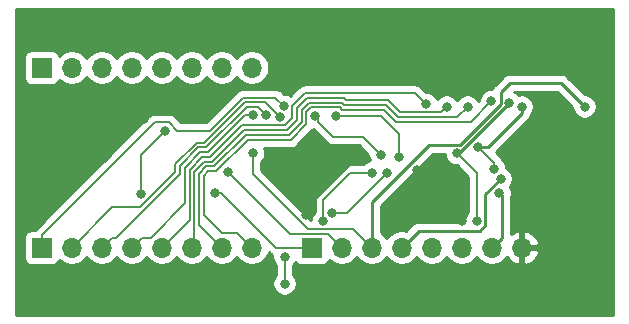
<source format=gbr>
%TF.GenerationSoftware,KiCad,Pcbnew,(5.1.10-1-10_14)*%
%TF.CreationDate,2021-10-16T23:36:31-04:00*%
%TF.ProjectId,address-register,61646472-6573-4732-9d72-656769737465,rev?*%
%TF.SameCoordinates,Original*%
%TF.FileFunction,Copper,L2,Bot*%
%TF.FilePolarity,Positive*%
%FSLAX46Y46*%
G04 Gerber Fmt 4.6, Leading zero omitted, Abs format (unit mm)*
G04 Created by KiCad (PCBNEW (5.1.10-1-10_14)) date 2021-10-16 23:36:31*
%MOMM*%
%LPD*%
G01*
G04 APERTURE LIST*
%TA.AperFunction,ComponentPad*%
%ADD10O,1.700000X1.700000*%
%TD*%
%TA.AperFunction,ComponentPad*%
%ADD11R,1.700000X1.700000*%
%TD*%
%TA.AperFunction,ViaPad*%
%ADD12C,0.800000*%
%TD*%
%TA.AperFunction,Conductor*%
%ADD13C,0.200000*%
%TD*%
%TA.AperFunction,Conductor*%
%ADD14C,0.250000*%
%TD*%
%TA.AperFunction,Conductor*%
%ADD15C,0.254000*%
%TD*%
%TA.AperFunction,Conductor*%
%ADD16C,0.100000*%
%TD*%
G04 APERTURE END LIST*
D10*
%TO.P,J3,8*%
%TO.N,Q0*%
X188214000Y-28702000D03*
%TO.P,J3,7*%
%TO.N,Q1*%
X185674000Y-28702000D03*
%TO.P,J3,6*%
%TO.N,Q2*%
X183134000Y-28702000D03*
%TO.P,J3,5*%
%TO.N,Q3*%
X180594000Y-28702000D03*
%TO.P,J3,4*%
%TO.N,Q4*%
X178054000Y-28702000D03*
%TO.P,J3,3*%
%TO.N,Q5*%
X175514000Y-28702000D03*
%TO.P,J3,2*%
%TO.N,Q6*%
X172974000Y-28702000D03*
D11*
%TO.P,J3,1*%
%TO.N,Q7*%
X170434000Y-28702000D03*
%TD*%
D10*
%TO.P,J2,8*%
%TO.N,BUS_00*%
X188214000Y-13462000D03*
%TO.P,J2,7*%
%TO.N,BUS_01*%
X185674000Y-13462000D03*
%TO.P,J2,6*%
%TO.N,BUS_02*%
X183134000Y-13462000D03*
%TO.P,J2,5*%
%TO.N,BUS_03*%
X180594000Y-13462000D03*
%TO.P,J2,4*%
%TO.N,BUS_04*%
X178054000Y-13462000D03*
%TO.P,J2,3*%
%TO.N,BUS_05*%
X175514000Y-13462000D03*
%TO.P,J2,2*%
%TO.N,BUS_06*%
X172974000Y-13462000D03*
D11*
%TO.P,J2,1*%
%TO.N,BUS_07*%
X170434000Y-13462000D03*
%TD*%
D10*
%TO.P,J1,8*%
%TO.N,VCC*%
X211074000Y-28702000D03*
%TO.P,J1,7*%
%TO.N,GND*%
X208534000Y-28702000D03*
%TO.P,J1,6*%
%TO.N,EN*%
X205994000Y-28702000D03*
%TO.P,J1,5*%
%TO.N,~LOAD*%
X203454000Y-28702000D03*
%TO.P,J1,4*%
%TO.N,~OUT*%
X200914000Y-28702000D03*
%TO.P,J1,3*%
%TO.N,CARRY_OUT*%
X198374000Y-28702000D03*
%TO.P,J1,2*%
%TO.N,CLOCK*%
X195834000Y-28702000D03*
D11*
%TO.P,J1,1*%
%TO.N,~RESET*%
X193294000Y-28702000D03*
%TD*%
D12*
%TO.N,GND*%
X191008000Y-29464000D03*
X191008000Y-31750000D03*
X178816000Y-24130000D03*
X180848000Y-18796000D03*
X209176021Y-24083665D03*
%TO.N,VCC*%
X179070000Y-17780000D03*
X172081000Y-21213000D03*
X192786001Y-25908001D03*
X197104000Y-20574000D03*
X205994000Y-26416000D03*
X202184000Y-22098000D03*
%TO.N,CLOCK*%
X186169875Y-22302181D03*
X199644000Y-22352000D03*
X194976691Y-25746479D03*
%TO.N,Q0*%
X208510340Y-16270340D03*
%TO.N,Q1*%
X206502000Y-16764000D03*
%TO.N,Q2*%
X204724000Y-16764000D03*
%TO.N,Q3*%
X202946000Y-16533968D03*
%TO.N,Q4*%
X188341000Y-17502032D03*
%TO.N,Q5*%
X189411133Y-17471867D03*
%TO.N,Q6*%
X190579659Y-17650429D03*
%TO.N,Q7*%
X190947955Y-16720708D03*
%TO.N,~LOAD*%
X211074000Y-16764000D03*
X208741294Y-22027940D03*
X207389930Y-20151324D03*
X195326000Y-17526000D03*
X200672204Y-20996956D03*
%TO.N,Net-(U2-Pad15)*%
X199136000Y-20828000D03*
X193548000Y-17526000D03*
%TO.N,EN*%
X210021010Y-16429205D03*
X205575531Y-20705959D03*
X207264000Y-26452990D03*
%TO.N,CARRY_OUT*%
X188306361Y-20715597D03*
X216408000Y-16764000D03*
%TO.N,~RESET*%
X198374000Y-22352000D03*
X185082084Y-24046084D03*
X194267977Y-26451992D03*
%TO.N,~OUT*%
X209296000Y-22860000D03*
%TD*%
D13*
%TO.N,GND*%
X191008000Y-29464000D02*
X191008000Y-31750000D01*
X178816000Y-20828000D02*
X180848000Y-18796000D01*
X178816000Y-24130000D02*
X178816000Y-20828000D01*
D14*
X209383999Y-27852001D02*
X209383999Y-24291643D01*
X208534000Y-28702000D02*
X209383999Y-27852001D01*
X209383999Y-24291643D02*
X209176021Y-24083665D01*
D13*
%TO.N,VCC*%
X179070000Y-17780000D02*
X175514000Y-17780000D01*
X175514000Y-17780000D02*
X172081000Y-21213000D01*
X192786001Y-25908001D02*
X192786001Y-25399999D01*
X197104000Y-21082000D02*
X197104000Y-20574000D01*
X192786001Y-25399999D02*
X197104000Y-21082000D01*
X205994000Y-26416000D02*
X202184000Y-22606000D01*
X202184000Y-22606000D02*
X202184000Y-22098000D01*
%TO.N,CLOCK*%
X199644000Y-22352000D02*
X196249521Y-25746479D01*
X186169875Y-22302181D02*
X191419693Y-27551999D01*
X194683999Y-27551999D02*
X195834000Y-28702000D01*
X196249521Y-25746479D02*
X194976691Y-25746479D01*
X191419693Y-27551999D02*
X194683999Y-27551999D01*
%TO.N,Q0*%
X199390000Y-17018000D02*
X200406000Y-18034000D01*
X188214000Y-28702000D02*
X186944000Y-27432000D01*
X185674000Y-27432000D02*
X184150000Y-25908000D01*
X184150000Y-25908000D02*
X184150000Y-22606000D01*
X185218068Y-22217983D02*
X187878051Y-19558000D01*
X191516000Y-19558000D02*
X192847998Y-18226002D01*
X195854002Y-17018000D02*
X199390000Y-17018000D01*
X192847998Y-18226002D02*
X192847998Y-17189998D01*
X206746680Y-18034000D02*
X208510340Y-16270340D01*
X187878051Y-19558000D02*
X191516000Y-19558000D01*
X184538017Y-22217983D02*
X185218068Y-22217983D01*
X192847998Y-17189998D02*
X193211998Y-16825998D01*
X186944000Y-27432000D02*
X185674000Y-27432000D01*
X184150000Y-22606000D02*
X184538017Y-22217983D01*
X195662001Y-16825999D02*
X195854002Y-17018000D01*
X200406000Y-18034000D02*
X206746680Y-18034000D01*
X193211998Y-16825998D02*
X195662001Y-16825999D01*
%TO.N,Q1*%
X187712362Y-19157989D02*
X185052379Y-21817972D01*
X183749989Y-26777989D02*
X185674000Y-28702000D01*
X205632011Y-17633989D02*
X200571689Y-17633989D01*
X185052379Y-21817972D02*
X184372328Y-21817972D01*
X191350311Y-19157989D02*
X187712362Y-19157989D01*
X196019691Y-16617989D02*
X195827690Y-16425988D01*
X206502000Y-16764000D02*
X205632011Y-17633989D01*
X200571689Y-17633989D02*
X199555689Y-16617989D01*
X183749989Y-22440311D02*
X183749989Y-26777989D01*
X192447987Y-18060313D02*
X191350311Y-19157989D01*
X195827690Y-16425988D02*
X193046307Y-16425989D01*
X192447987Y-17024309D02*
X192447987Y-18060313D01*
X199555689Y-16617989D02*
X196019691Y-16617989D01*
X184372328Y-21817972D02*
X183749989Y-22440311D01*
X193046307Y-16425989D02*
X192447987Y-17024309D01*
%TO.N,Q2*%
X183349978Y-28486022D02*
X183349978Y-22274622D01*
X204254022Y-17233978D02*
X204724000Y-16764000D01*
X200737378Y-17233978D02*
X204254022Y-17233978D01*
X196185380Y-16217978D02*
X199721378Y-16217978D01*
X183134000Y-28702000D02*
X183349978Y-28486022D01*
X183349978Y-22274622D02*
X184206639Y-21417961D01*
X184886690Y-21417961D02*
X187546673Y-18757978D01*
X191184622Y-18757978D02*
X192047976Y-17894624D01*
X184206639Y-21417961D02*
X184886690Y-21417961D01*
X199721378Y-16217978D02*
X200737378Y-17233978D01*
X192047976Y-17894624D02*
X192047976Y-16858620D01*
X192880619Y-16025977D02*
X195993379Y-16025977D01*
X195993379Y-16025977D02*
X196185380Y-16217978D01*
X187546673Y-18757978D02*
X191184622Y-18757978D01*
X192047976Y-16858620D02*
X192880619Y-16025977D01*
%TO.N,Q3*%
X191647965Y-17728935D02*
X191647965Y-16692931D01*
X191647965Y-16692931D02*
X192714930Y-15625966D01*
X180594000Y-28702000D02*
X182949967Y-26346033D01*
X184721001Y-21017950D02*
X187380984Y-18357967D01*
X184040950Y-21017950D02*
X184721001Y-21017950D01*
X182949967Y-26346033D02*
X182949967Y-22108933D01*
X182949967Y-22108933D02*
X184040950Y-21017950D01*
X191018933Y-18357967D02*
X191647965Y-17728935D01*
X202037998Y-15625966D02*
X202546001Y-16133969D01*
X202546001Y-16133969D02*
X202946000Y-16533968D01*
X187380984Y-18357967D02*
X191018933Y-18357967D01*
X192714930Y-15625966D02*
X202037998Y-15625966D01*
%TO.N,Q4*%
X183875261Y-20617939D02*
X184555312Y-20617939D01*
X184555312Y-20617939D02*
X187671219Y-17502032D01*
X187671219Y-17502032D02*
X187775315Y-17502032D01*
X187775315Y-17502032D02*
X188341000Y-17502032D01*
X178903999Y-27852001D02*
X179665999Y-27852001D01*
X182549956Y-24968044D02*
X182549956Y-21943244D01*
X179665999Y-27852001D02*
X182549956Y-24968044D01*
X178054000Y-28702000D02*
X178903999Y-27852001D01*
X182549956Y-21943244D02*
X183875261Y-20617939D01*
%TO.N,Q5*%
X182149945Y-22435455D02*
X182149945Y-21777555D01*
X175514000Y-28702000D02*
X176363999Y-27852001D01*
X176733399Y-27852001D02*
X182149945Y-22435455D01*
X187783378Y-16802022D02*
X188741288Y-16802022D01*
X176363999Y-27852001D02*
X176733399Y-27852001D01*
X184367472Y-20217928D02*
X187783378Y-16802022D01*
X182149945Y-21777555D02*
X183709572Y-20217928D01*
X183709572Y-20217928D02*
X184367472Y-20217928D01*
X188741288Y-16802022D02*
X189411133Y-17471867D01*
%TO.N,Q6*%
X176383989Y-25292011D02*
X178727689Y-25292011D01*
X183543883Y-19817917D02*
X184201783Y-19817917D01*
X178727689Y-25292011D02*
X181749934Y-22269766D01*
X189331241Y-16402011D02*
X190579659Y-17650429D01*
X181749934Y-21611866D02*
X183543883Y-19817917D01*
X181749934Y-22269766D02*
X181749934Y-21611866D01*
X184201783Y-19817917D02*
X187617689Y-16402011D01*
X172974000Y-28702000D02*
X176383989Y-25292011D01*
X187617689Y-16402011D02*
X189331241Y-16402011D01*
%TO.N,Q7*%
X180003999Y-18095999D02*
X181184001Y-18095999D01*
X181184001Y-18095999D02*
X181886947Y-18798945D01*
X176210055Y-21875945D02*
X176224053Y-21875945D01*
X181886947Y-18798945D02*
X184655055Y-18798945D01*
X190229247Y-16002000D02*
X190947955Y-16720708D01*
X170434000Y-28702000D02*
X170434000Y-27652000D01*
X170434000Y-27652000D02*
X176210055Y-21875945D01*
X176224053Y-21875945D02*
X180003999Y-18095999D01*
X187452000Y-16002000D02*
X190229247Y-16002000D01*
X184655055Y-18798945D02*
X187452000Y-16002000D01*
%TO.N,~LOAD*%
X207389930Y-20151324D02*
X208741294Y-21502688D01*
X208741294Y-21502688D02*
X208741294Y-22027940D01*
D14*
X208252361Y-20151324D02*
X207389930Y-20151324D01*
X211074000Y-17329685D02*
X208252361Y-20151324D01*
X211074000Y-16764000D02*
X211074000Y-17329685D01*
D13*
X200672204Y-19062204D02*
X200672204Y-20996956D01*
X199136000Y-17526000D02*
X200672204Y-19062204D01*
X195326000Y-17526000D02*
X199136000Y-17526000D01*
%TO.N,Net-(U2-Pad15)*%
X199136000Y-20828000D02*
X197612000Y-19304000D01*
X197612000Y-19304000D02*
X195072000Y-19304000D01*
X195072000Y-19304000D02*
X193802000Y-18034000D01*
X193802000Y-18034000D02*
X193802000Y-17780000D01*
X193802000Y-17780000D02*
X193548000Y-17526000D01*
D14*
%TO.N,EN*%
X210021010Y-16429205D02*
X205744256Y-20705959D01*
X205744256Y-20705959D02*
X205575531Y-20705959D01*
D13*
X207264000Y-22394428D02*
X207264000Y-26452990D01*
X205575531Y-20705959D02*
X207264000Y-22394428D01*
%TO.N,CARRY_OUT*%
X188306361Y-21281282D02*
X188306361Y-20715597D01*
X198374000Y-28702000D02*
X196823993Y-27151993D01*
X188306361Y-22464363D02*
X188306361Y-21281282D01*
X192993991Y-27151993D02*
X188306361Y-22464363D01*
X196823993Y-27151993D02*
X192993991Y-27151993D01*
D14*
X210058000Y-14732000D02*
X214376000Y-14732000D01*
X209296000Y-15494000D02*
X210058000Y-14732000D01*
X198374000Y-28702000D02*
X198374000Y-24834996D01*
X216008001Y-16364001D02*
X216408000Y-16764000D01*
X203228039Y-19980957D02*
X205825043Y-19980957D01*
X198374000Y-24834996D02*
X203228039Y-19980957D01*
X205825043Y-19980957D02*
X209296000Y-16510000D01*
X209296000Y-16510000D02*
X209296000Y-15494000D01*
X214376000Y-14732000D02*
X216008001Y-16364001D01*
D13*
%TO.N,~RESET*%
X193294000Y-28702000D02*
X190303685Y-28702000D01*
X190303685Y-28702000D02*
X185647769Y-24046084D01*
X185647769Y-24046084D02*
X185082084Y-24046084D01*
X196569979Y-22352000D02*
X194267977Y-24654002D01*
X194267977Y-24654002D02*
X194267977Y-26451992D01*
X198374000Y-22352000D02*
X196569979Y-22352000D01*
D14*
%TO.N,~OUT*%
X201763999Y-27852001D02*
X200914000Y-28702000D01*
X207989001Y-24166999D02*
X207989001Y-26800991D01*
X202357213Y-27258787D02*
X201763999Y-27852001D01*
X209296000Y-22860000D02*
X207989001Y-24166999D01*
X207531205Y-27258787D02*
X202357213Y-27258787D01*
X207989001Y-26800991D02*
X207531205Y-27258787D01*
%TD*%
D15*
%TO.N,VCC*%
X218796001Y-34392000D02*
X168300000Y-34392000D01*
X168300000Y-27852000D01*
X168945928Y-27852000D01*
X168945928Y-29552000D01*
X168958188Y-29676482D01*
X168994498Y-29796180D01*
X169053463Y-29906494D01*
X169132815Y-30003185D01*
X169229506Y-30082537D01*
X169339820Y-30141502D01*
X169459518Y-30177812D01*
X169584000Y-30190072D01*
X171284000Y-30190072D01*
X171408482Y-30177812D01*
X171528180Y-30141502D01*
X171638494Y-30082537D01*
X171735185Y-30003185D01*
X171814537Y-29906494D01*
X171873502Y-29796180D01*
X171895513Y-29723620D01*
X172027368Y-29855475D01*
X172270589Y-30017990D01*
X172540842Y-30129932D01*
X172827740Y-30187000D01*
X173120260Y-30187000D01*
X173407158Y-30129932D01*
X173677411Y-30017990D01*
X173920632Y-29855475D01*
X174127475Y-29648632D01*
X174244000Y-29474240D01*
X174360525Y-29648632D01*
X174567368Y-29855475D01*
X174810589Y-30017990D01*
X175080842Y-30129932D01*
X175367740Y-30187000D01*
X175660260Y-30187000D01*
X175947158Y-30129932D01*
X176217411Y-30017990D01*
X176460632Y-29855475D01*
X176667475Y-29648632D01*
X176784000Y-29474240D01*
X176900525Y-29648632D01*
X177107368Y-29855475D01*
X177350589Y-30017990D01*
X177620842Y-30129932D01*
X177907740Y-30187000D01*
X178200260Y-30187000D01*
X178487158Y-30129932D01*
X178757411Y-30017990D01*
X179000632Y-29855475D01*
X179207475Y-29648632D01*
X179324000Y-29474240D01*
X179440525Y-29648632D01*
X179647368Y-29855475D01*
X179890589Y-30017990D01*
X180160842Y-30129932D01*
X180447740Y-30187000D01*
X180740260Y-30187000D01*
X181027158Y-30129932D01*
X181297411Y-30017990D01*
X181540632Y-29855475D01*
X181747475Y-29648632D01*
X181864000Y-29474240D01*
X181980525Y-29648632D01*
X182187368Y-29855475D01*
X182430589Y-30017990D01*
X182700842Y-30129932D01*
X182987740Y-30187000D01*
X183280260Y-30187000D01*
X183567158Y-30129932D01*
X183837411Y-30017990D01*
X184080632Y-29855475D01*
X184287475Y-29648632D01*
X184404000Y-29474240D01*
X184520525Y-29648632D01*
X184727368Y-29855475D01*
X184970589Y-30017990D01*
X185240842Y-30129932D01*
X185527740Y-30187000D01*
X185820260Y-30187000D01*
X186107158Y-30129932D01*
X186377411Y-30017990D01*
X186620632Y-29855475D01*
X186827475Y-29648632D01*
X186944000Y-29474240D01*
X187060525Y-29648632D01*
X187267368Y-29855475D01*
X187510589Y-30017990D01*
X187780842Y-30129932D01*
X188067740Y-30187000D01*
X188360260Y-30187000D01*
X188647158Y-30129932D01*
X188917411Y-30017990D01*
X189160632Y-29855475D01*
X189367475Y-29648632D01*
X189529990Y-29405411D01*
X189641932Y-29135158D01*
X189651134Y-29088896D01*
X189758431Y-29196193D01*
X189781447Y-29224238D01*
X189809491Y-29247253D01*
X189893365Y-29316087D01*
X189973613Y-29358981D01*
X189973000Y-29362061D01*
X189973000Y-29565939D01*
X190012774Y-29765898D01*
X190090795Y-29954256D01*
X190204063Y-30123774D01*
X190273000Y-30192711D01*
X190273001Y-31021288D01*
X190204063Y-31090226D01*
X190090795Y-31259744D01*
X190012774Y-31448102D01*
X189973000Y-31648061D01*
X189973000Y-31851939D01*
X190012774Y-32051898D01*
X190090795Y-32240256D01*
X190204063Y-32409774D01*
X190348226Y-32553937D01*
X190517744Y-32667205D01*
X190706102Y-32745226D01*
X190906061Y-32785000D01*
X191109939Y-32785000D01*
X191309898Y-32745226D01*
X191498256Y-32667205D01*
X191667774Y-32553937D01*
X191811937Y-32409774D01*
X191925205Y-32240256D01*
X192003226Y-32051898D01*
X192043000Y-31851939D01*
X192043000Y-31648061D01*
X192003226Y-31448102D01*
X191925205Y-31259744D01*
X191811937Y-31090226D01*
X191743000Y-31021289D01*
X191743000Y-30192711D01*
X191811937Y-30123774D01*
X191925205Y-29954256D01*
X191934414Y-29932023D01*
X191992815Y-30003185D01*
X192089506Y-30082537D01*
X192199820Y-30141502D01*
X192319518Y-30177812D01*
X192444000Y-30190072D01*
X194144000Y-30190072D01*
X194268482Y-30177812D01*
X194388180Y-30141502D01*
X194498494Y-30082537D01*
X194595185Y-30003185D01*
X194674537Y-29906494D01*
X194733502Y-29796180D01*
X194755513Y-29723620D01*
X194887368Y-29855475D01*
X195130589Y-30017990D01*
X195400842Y-30129932D01*
X195687740Y-30187000D01*
X195980260Y-30187000D01*
X196267158Y-30129932D01*
X196537411Y-30017990D01*
X196780632Y-29855475D01*
X196987475Y-29648632D01*
X197104000Y-29474240D01*
X197220525Y-29648632D01*
X197427368Y-29855475D01*
X197670589Y-30017990D01*
X197940842Y-30129932D01*
X198227740Y-30187000D01*
X198520260Y-30187000D01*
X198807158Y-30129932D01*
X199077411Y-30017990D01*
X199320632Y-29855475D01*
X199527475Y-29648632D01*
X199644000Y-29474240D01*
X199760525Y-29648632D01*
X199967368Y-29855475D01*
X200210589Y-30017990D01*
X200480842Y-30129932D01*
X200767740Y-30187000D01*
X201060260Y-30187000D01*
X201347158Y-30129932D01*
X201617411Y-30017990D01*
X201860632Y-29855475D01*
X202067475Y-29648632D01*
X202184000Y-29474240D01*
X202300525Y-29648632D01*
X202507368Y-29855475D01*
X202750589Y-30017990D01*
X203020842Y-30129932D01*
X203307740Y-30187000D01*
X203600260Y-30187000D01*
X203887158Y-30129932D01*
X204157411Y-30017990D01*
X204400632Y-29855475D01*
X204607475Y-29648632D01*
X204724000Y-29474240D01*
X204840525Y-29648632D01*
X205047368Y-29855475D01*
X205290589Y-30017990D01*
X205560842Y-30129932D01*
X205847740Y-30187000D01*
X206140260Y-30187000D01*
X206427158Y-30129932D01*
X206697411Y-30017990D01*
X206940632Y-29855475D01*
X207147475Y-29648632D01*
X207264000Y-29474240D01*
X207380525Y-29648632D01*
X207587368Y-29855475D01*
X207830589Y-30017990D01*
X208100842Y-30129932D01*
X208387740Y-30187000D01*
X208680260Y-30187000D01*
X208967158Y-30129932D01*
X209237411Y-30017990D01*
X209480632Y-29855475D01*
X209687475Y-29648632D01*
X209809195Y-29466466D01*
X209878822Y-29583355D01*
X210073731Y-29799588D01*
X210307080Y-29973641D01*
X210569901Y-30098825D01*
X210717110Y-30143476D01*
X210947000Y-30022155D01*
X210947000Y-28829000D01*
X211201000Y-28829000D01*
X211201000Y-30022155D01*
X211430890Y-30143476D01*
X211578099Y-30098825D01*
X211840920Y-29973641D01*
X212074269Y-29799588D01*
X212269178Y-29583355D01*
X212418157Y-29333252D01*
X212515481Y-29058891D01*
X212394814Y-28829000D01*
X211201000Y-28829000D01*
X210947000Y-28829000D01*
X210927000Y-28829000D01*
X210927000Y-28575000D01*
X210947000Y-28575000D01*
X210947000Y-27381845D01*
X211201000Y-27381845D01*
X211201000Y-28575000D01*
X212394814Y-28575000D01*
X212515481Y-28345109D01*
X212418157Y-28070748D01*
X212269178Y-27820645D01*
X212074269Y-27604412D01*
X211840920Y-27430359D01*
X211578099Y-27305175D01*
X211430890Y-27260524D01*
X211201000Y-27381845D01*
X210947000Y-27381845D01*
X210717110Y-27260524D01*
X210569901Y-27305175D01*
X210307080Y-27430359D01*
X210143999Y-27552000D01*
X210143999Y-24451345D01*
X210171247Y-24385563D01*
X210211021Y-24185604D01*
X210211021Y-23981726D01*
X210171247Y-23781767D01*
X210093226Y-23593409D01*
X210066420Y-23553291D01*
X210099937Y-23519774D01*
X210213205Y-23350256D01*
X210291226Y-23161898D01*
X210331000Y-22961939D01*
X210331000Y-22758061D01*
X210291226Y-22558102D01*
X210213205Y-22369744D01*
X210099937Y-22200226D01*
X209955774Y-22056063D01*
X209786256Y-21942795D01*
X209776294Y-21938669D01*
X209776294Y-21926001D01*
X209736520Y-21726042D01*
X209658499Y-21537684D01*
X209545231Y-21368166D01*
X209435175Y-21258110D01*
X209423631Y-21220055D01*
X209355381Y-21092368D01*
X209311582Y-21038999D01*
X209286547Y-21008494D01*
X209286544Y-21008491D01*
X209263531Y-20980450D01*
X209235491Y-20957438D01*
X208878269Y-20600217D01*
X211585003Y-17893484D01*
X211614001Y-17869686D01*
X211670556Y-17800774D01*
X211708974Y-17753962D01*
X211779546Y-17621932D01*
X211781360Y-17615952D01*
X211822987Y-17478724D01*
X211877937Y-17423774D01*
X211991205Y-17254256D01*
X212069226Y-17065898D01*
X212109000Y-16865939D01*
X212109000Y-16662061D01*
X212069226Y-16462102D01*
X211991205Y-16273744D01*
X211877937Y-16104226D01*
X211733774Y-15960063D01*
X211564256Y-15846795D01*
X211375898Y-15768774D01*
X211175939Y-15729000D01*
X210972061Y-15729000D01*
X210815632Y-15760116D01*
X210680784Y-15625268D01*
X210511266Y-15512000D01*
X210462982Y-15492000D01*
X214061199Y-15492000D01*
X215373000Y-16803802D01*
X215373000Y-16865939D01*
X215412774Y-17065898D01*
X215490795Y-17254256D01*
X215604063Y-17423774D01*
X215748226Y-17567937D01*
X215917744Y-17681205D01*
X216106102Y-17759226D01*
X216306061Y-17799000D01*
X216509939Y-17799000D01*
X216709898Y-17759226D01*
X216898256Y-17681205D01*
X217067774Y-17567937D01*
X217211937Y-17423774D01*
X217325205Y-17254256D01*
X217403226Y-17065898D01*
X217443000Y-16865939D01*
X217443000Y-16662061D01*
X217403226Y-16462102D01*
X217325205Y-16273744D01*
X217211937Y-16104226D01*
X217067774Y-15960063D01*
X216898256Y-15846795D01*
X216709898Y-15768774D01*
X216509939Y-15729000D01*
X216447802Y-15729000D01*
X214939804Y-14221003D01*
X214916001Y-14191999D01*
X214800276Y-14097026D01*
X214668247Y-14026454D01*
X214524986Y-13982997D01*
X214413333Y-13972000D01*
X214413322Y-13972000D01*
X214376000Y-13968324D01*
X214338678Y-13972000D01*
X210095325Y-13972000D01*
X210058000Y-13968324D01*
X210020675Y-13972000D01*
X210020667Y-13972000D01*
X209909014Y-13982997D01*
X209765753Y-14026454D01*
X209633724Y-14097026D01*
X209517999Y-14191999D01*
X209494201Y-14220998D01*
X208784998Y-14930201D01*
X208756000Y-14953999D01*
X208732202Y-14982997D01*
X208732201Y-14982998D01*
X208661026Y-15069724D01*
X208590454Y-15201754D01*
X208580266Y-15235340D01*
X208408401Y-15235340D01*
X208208442Y-15275114D01*
X208020084Y-15353135D01*
X207850566Y-15466403D01*
X207706403Y-15610566D01*
X207593135Y-15780084D01*
X207515114Y-15968442D01*
X207475340Y-16168401D01*
X207475340Y-16265893D01*
X207433347Y-16307886D01*
X207419205Y-16273744D01*
X207305937Y-16104226D01*
X207161774Y-15960063D01*
X206992256Y-15846795D01*
X206803898Y-15768774D01*
X206603939Y-15729000D01*
X206400061Y-15729000D01*
X206200102Y-15768774D01*
X206011744Y-15846795D01*
X205842226Y-15960063D01*
X205698063Y-16104226D01*
X205613000Y-16231532D01*
X205527937Y-16104226D01*
X205383774Y-15960063D01*
X205214256Y-15846795D01*
X205025898Y-15768774D01*
X204825939Y-15729000D01*
X204622061Y-15729000D01*
X204422102Y-15768774D01*
X204233744Y-15846795D01*
X204064226Y-15960063D01*
X203920063Y-16104226D01*
X203900437Y-16133598D01*
X203863205Y-16043712D01*
X203749937Y-15874194D01*
X203605774Y-15730031D01*
X203436256Y-15616763D01*
X203247898Y-15538742D01*
X203047939Y-15498968D01*
X202950447Y-15498968D01*
X202583256Y-15131778D01*
X202560236Y-15103728D01*
X202448318Y-15011879D01*
X202320631Y-14943629D01*
X202182083Y-14901601D01*
X202074103Y-14890966D01*
X202037998Y-14887410D01*
X202001893Y-14890966D01*
X192751024Y-14890966D01*
X192714929Y-14887411D01*
X192678834Y-14890966D01*
X192678825Y-14890966D01*
X192570845Y-14901601D01*
X192432297Y-14943629D01*
X192304610Y-15011879D01*
X192192692Y-15103728D01*
X192169676Y-15131773D01*
X191474020Y-15827430D01*
X191438211Y-15803503D01*
X191249853Y-15725482D01*
X191049894Y-15685708D01*
X190952401Y-15685708D01*
X190774505Y-15507812D01*
X190751485Y-15479762D01*
X190639567Y-15387913D01*
X190511880Y-15319663D01*
X190373332Y-15277635D01*
X190265352Y-15267000D01*
X190229247Y-15263444D01*
X190193142Y-15267000D01*
X187488105Y-15267000D01*
X187452000Y-15263444D01*
X187307915Y-15277635D01*
X187169366Y-15319663D01*
X187106745Y-15353135D01*
X187041680Y-15387913D01*
X186929762Y-15479762D01*
X186906746Y-15507807D01*
X184350609Y-18063945D01*
X182191394Y-18063945D01*
X181729259Y-17601811D01*
X181706239Y-17573761D01*
X181594321Y-17481912D01*
X181466634Y-17413662D01*
X181328086Y-17371634D01*
X181220106Y-17360999D01*
X181184001Y-17357443D01*
X181147896Y-17360999D01*
X180040104Y-17360999D01*
X180003999Y-17357443D01*
X179967894Y-17360999D01*
X179859914Y-17371634D01*
X179721366Y-17413662D01*
X179593679Y-17481912D01*
X179481761Y-17573761D01*
X179458745Y-17601806D01*
X175793930Y-21266622D01*
X175687817Y-21353707D01*
X175664801Y-21381752D01*
X169939808Y-27106746D01*
X169911763Y-27129762D01*
X169842690Y-27213928D01*
X169584000Y-27213928D01*
X169459518Y-27226188D01*
X169339820Y-27262498D01*
X169229506Y-27321463D01*
X169132815Y-27400815D01*
X169053463Y-27497506D01*
X168994498Y-27607820D01*
X168958188Y-27727518D01*
X168945928Y-27852000D01*
X168300000Y-27852000D01*
X168300000Y-12612000D01*
X168945928Y-12612000D01*
X168945928Y-14312000D01*
X168958188Y-14436482D01*
X168994498Y-14556180D01*
X169053463Y-14666494D01*
X169132815Y-14763185D01*
X169229506Y-14842537D01*
X169339820Y-14901502D01*
X169459518Y-14937812D01*
X169584000Y-14950072D01*
X171284000Y-14950072D01*
X171408482Y-14937812D01*
X171528180Y-14901502D01*
X171638494Y-14842537D01*
X171735185Y-14763185D01*
X171814537Y-14666494D01*
X171873502Y-14556180D01*
X171895513Y-14483620D01*
X172027368Y-14615475D01*
X172270589Y-14777990D01*
X172540842Y-14889932D01*
X172827740Y-14947000D01*
X173120260Y-14947000D01*
X173407158Y-14889932D01*
X173677411Y-14777990D01*
X173920632Y-14615475D01*
X174127475Y-14408632D01*
X174244000Y-14234240D01*
X174360525Y-14408632D01*
X174567368Y-14615475D01*
X174810589Y-14777990D01*
X175080842Y-14889932D01*
X175367740Y-14947000D01*
X175660260Y-14947000D01*
X175947158Y-14889932D01*
X176217411Y-14777990D01*
X176460632Y-14615475D01*
X176667475Y-14408632D01*
X176784000Y-14234240D01*
X176900525Y-14408632D01*
X177107368Y-14615475D01*
X177350589Y-14777990D01*
X177620842Y-14889932D01*
X177907740Y-14947000D01*
X178200260Y-14947000D01*
X178487158Y-14889932D01*
X178757411Y-14777990D01*
X179000632Y-14615475D01*
X179207475Y-14408632D01*
X179324000Y-14234240D01*
X179440525Y-14408632D01*
X179647368Y-14615475D01*
X179890589Y-14777990D01*
X180160842Y-14889932D01*
X180447740Y-14947000D01*
X180740260Y-14947000D01*
X181027158Y-14889932D01*
X181297411Y-14777990D01*
X181540632Y-14615475D01*
X181747475Y-14408632D01*
X181864000Y-14234240D01*
X181980525Y-14408632D01*
X182187368Y-14615475D01*
X182430589Y-14777990D01*
X182700842Y-14889932D01*
X182987740Y-14947000D01*
X183280260Y-14947000D01*
X183567158Y-14889932D01*
X183837411Y-14777990D01*
X184080632Y-14615475D01*
X184287475Y-14408632D01*
X184404000Y-14234240D01*
X184520525Y-14408632D01*
X184727368Y-14615475D01*
X184970589Y-14777990D01*
X185240842Y-14889932D01*
X185527740Y-14947000D01*
X185820260Y-14947000D01*
X186107158Y-14889932D01*
X186377411Y-14777990D01*
X186620632Y-14615475D01*
X186827475Y-14408632D01*
X186944000Y-14234240D01*
X187060525Y-14408632D01*
X187267368Y-14615475D01*
X187510589Y-14777990D01*
X187780842Y-14889932D01*
X188067740Y-14947000D01*
X188360260Y-14947000D01*
X188647158Y-14889932D01*
X188917411Y-14777990D01*
X189160632Y-14615475D01*
X189367475Y-14408632D01*
X189529990Y-14165411D01*
X189641932Y-13895158D01*
X189699000Y-13608260D01*
X189699000Y-13315740D01*
X189641932Y-13028842D01*
X189529990Y-12758589D01*
X189367475Y-12515368D01*
X189160632Y-12308525D01*
X188917411Y-12146010D01*
X188647158Y-12034068D01*
X188360260Y-11977000D01*
X188067740Y-11977000D01*
X187780842Y-12034068D01*
X187510589Y-12146010D01*
X187267368Y-12308525D01*
X187060525Y-12515368D01*
X186944000Y-12689760D01*
X186827475Y-12515368D01*
X186620632Y-12308525D01*
X186377411Y-12146010D01*
X186107158Y-12034068D01*
X185820260Y-11977000D01*
X185527740Y-11977000D01*
X185240842Y-12034068D01*
X184970589Y-12146010D01*
X184727368Y-12308525D01*
X184520525Y-12515368D01*
X184404000Y-12689760D01*
X184287475Y-12515368D01*
X184080632Y-12308525D01*
X183837411Y-12146010D01*
X183567158Y-12034068D01*
X183280260Y-11977000D01*
X182987740Y-11977000D01*
X182700842Y-12034068D01*
X182430589Y-12146010D01*
X182187368Y-12308525D01*
X181980525Y-12515368D01*
X181864000Y-12689760D01*
X181747475Y-12515368D01*
X181540632Y-12308525D01*
X181297411Y-12146010D01*
X181027158Y-12034068D01*
X180740260Y-11977000D01*
X180447740Y-11977000D01*
X180160842Y-12034068D01*
X179890589Y-12146010D01*
X179647368Y-12308525D01*
X179440525Y-12515368D01*
X179324000Y-12689760D01*
X179207475Y-12515368D01*
X179000632Y-12308525D01*
X178757411Y-12146010D01*
X178487158Y-12034068D01*
X178200260Y-11977000D01*
X177907740Y-11977000D01*
X177620842Y-12034068D01*
X177350589Y-12146010D01*
X177107368Y-12308525D01*
X176900525Y-12515368D01*
X176784000Y-12689760D01*
X176667475Y-12515368D01*
X176460632Y-12308525D01*
X176217411Y-12146010D01*
X175947158Y-12034068D01*
X175660260Y-11977000D01*
X175367740Y-11977000D01*
X175080842Y-12034068D01*
X174810589Y-12146010D01*
X174567368Y-12308525D01*
X174360525Y-12515368D01*
X174244000Y-12689760D01*
X174127475Y-12515368D01*
X173920632Y-12308525D01*
X173677411Y-12146010D01*
X173407158Y-12034068D01*
X173120260Y-11977000D01*
X172827740Y-11977000D01*
X172540842Y-12034068D01*
X172270589Y-12146010D01*
X172027368Y-12308525D01*
X171895513Y-12440380D01*
X171873502Y-12367820D01*
X171814537Y-12257506D01*
X171735185Y-12160815D01*
X171638494Y-12081463D01*
X171528180Y-12022498D01*
X171408482Y-11986188D01*
X171284000Y-11973928D01*
X169584000Y-11973928D01*
X169459518Y-11986188D01*
X169339820Y-12022498D01*
X169229506Y-12081463D01*
X169132815Y-12160815D01*
X169053463Y-12257506D01*
X168994498Y-12367820D01*
X168958188Y-12487518D01*
X168945928Y-12612000D01*
X168300000Y-12612000D01*
X168300000Y-8534000D01*
X218796000Y-8534000D01*
X218796001Y-34392000D01*
%TA.AperFunction,Conductor*%
D16*
G36*
X218796001Y-34392000D02*
G01*
X168300000Y-34392000D01*
X168300000Y-27852000D01*
X168945928Y-27852000D01*
X168945928Y-29552000D01*
X168958188Y-29676482D01*
X168994498Y-29796180D01*
X169053463Y-29906494D01*
X169132815Y-30003185D01*
X169229506Y-30082537D01*
X169339820Y-30141502D01*
X169459518Y-30177812D01*
X169584000Y-30190072D01*
X171284000Y-30190072D01*
X171408482Y-30177812D01*
X171528180Y-30141502D01*
X171638494Y-30082537D01*
X171735185Y-30003185D01*
X171814537Y-29906494D01*
X171873502Y-29796180D01*
X171895513Y-29723620D01*
X172027368Y-29855475D01*
X172270589Y-30017990D01*
X172540842Y-30129932D01*
X172827740Y-30187000D01*
X173120260Y-30187000D01*
X173407158Y-30129932D01*
X173677411Y-30017990D01*
X173920632Y-29855475D01*
X174127475Y-29648632D01*
X174244000Y-29474240D01*
X174360525Y-29648632D01*
X174567368Y-29855475D01*
X174810589Y-30017990D01*
X175080842Y-30129932D01*
X175367740Y-30187000D01*
X175660260Y-30187000D01*
X175947158Y-30129932D01*
X176217411Y-30017990D01*
X176460632Y-29855475D01*
X176667475Y-29648632D01*
X176784000Y-29474240D01*
X176900525Y-29648632D01*
X177107368Y-29855475D01*
X177350589Y-30017990D01*
X177620842Y-30129932D01*
X177907740Y-30187000D01*
X178200260Y-30187000D01*
X178487158Y-30129932D01*
X178757411Y-30017990D01*
X179000632Y-29855475D01*
X179207475Y-29648632D01*
X179324000Y-29474240D01*
X179440525Y-29648632D01*
X179647368Y-29855475D01*
X179890589Y-30017990D01*
X180160842Y-30129932D01*
X180447740Y-30187000D01*
X180740260Y-30187000D01*
X181027158Y-30129932D01*
X181297411Y-30017990D01*
X181540632Y-29855475D01*
X181747475Y-29648632D01*
X181864000Y-29474240D01*
X181980525Y-29648632D01*
X182187368Y-29855475D01*
X182430589Y-30017990D01*
X182700842Y-30129932D01*
X182987740Y-30187000D01*
X183280260Y-30187000D01*
X183567158Y-30129932D01*
X183837411Y-30017990D01*
X184080632Y-29855475D01*
X184287475Y-29648632D01*
X184404000Y-29474240D01*
X184520525Y-29648632D01*
X184727368Y-29855475D01*
X184970589Y-30017990D01*
X185240842Y-30129932D01*
X185527740Y-30187000D01*
X185820260Y-30187000D01*
X186107158Y-30129932D01*
X186377411Y-30017990D01*
X186620632Y-29855475D01*
X186827475Y-29648632D01*
X186944000Y-29474240D01*
X187060525Y-29648632D01*
X187267368Y-29855475D01*
X187510589Y-30017990D01*
X187780842Y-30129932D01*
X188067740Y-30187000D01*
X188360260Y-30187000D01*
X188647158Y-30129932D01*
X188917411Y-30017990D01*
X189160632Y-29855475D01*
X189367475Y-29648632D01*
X189529990Y-29405411D01*
X189641932Y-29135158D01*
X189651134Y-29088896D01*
X189758431Y-29196193D01*
X189781447Y-29224238D01*
X189809491Y-29247253D01*
X189893365Y-29316087D01*
X189973613Y-29358981D01*
X189973000Y-29362061D01*
X189973000Y-29565939D01*
X190012774Y-29765898D01*
X190090795Y-29954256D01*
X190204063Y-30123774D01*
X190273000Y-30192711D01*
X190273001Y-31021288D01*
X190204063Y-31090226D01*
X190090795Y-31259744D01*
X190012774Y-31448102D01*
X189973000Y-31648061D01*
X189973000Y-31851939D01*
X190012774Y-32051898D01*
X190090795Y-32240256D01*
X190204063Y-32409774D01*
X190348226Y-32553937D01*
X190517744Y-32667205D01*
X190706102Y-32745226D01*
X190906061Y-32785000D01*
X191109939Y-32785000D01*
X191309898Y-32745226D01*
X191498256Y-32667205D01*
X191667774Y-32553937D01*
X191811937Y-32409774D01*
X191925205Y-32240256D01*
X192003226Y-32051898D01*
X192043000Y-31851939D01*
X192043000Y-31648061D01*
X192003226Y-31448102D01*
X191925205Y-31259744D01*
X191811937Y-31090226D01*
X191743000Y-31021289D01*
X191743000Y-30192711D01*
X191811937Y-30123774D01*
X191925205Y-29954256D01*
X191934414Y-29932023D01*
X191992815Y-30003185D01*
X192089506Y-30082537D01*
X192199820Y-30141502D01*
X192319518Y-30177812D01*
X192444000Y-30190072D01*
X194144000Y-30190072D01*
X194268482Y-30177812D01*
X194388180Y-30141502D01*
X194498494Y-30082537D01*
X194595185Y-30003185D01*
X194674537Y-29906494D01*
X194733502Y-29796180D01*
X194755513Y-29723620D01*
X194887368Y-29855475D01*
X195130589Y-30017990D01*
X195400842Y-30129932D01*
X195687740Y-30187000D01*
X195980260Y-30187000D01*
X196267158Y-30129932D01*
X196537411Y-30017990D01*
X196780632Y-29855475D01*
X196987475Y-29648632D01*
X197104000Y-29474240D01*
X197220525Y-29648632D01*
X197427368Y-29855475D01*
X197670589Y-30017990D01*
X197940842Y-30129932D01*
X198227740Y-30187000D01*
X198520260Y-30187000D01*
X198807158Y-30129932D01*
X199077411Y-30017990D01*
X199320632Y-29855475D01*
X199527475Y-29648632D01*
X199644000Y-29474240D01*
X199760525Y-29648632D01*
X199967368Y-29855475D01*
X200210589Y-30017990D01*
X200480842Y-30129932D01*
X200767740Y-30187000D01*
X201060260Y-30187000D01*
X201347158Y-30129932D01*
X201617411Y-30017990D01*
X201860632Y-29855475D01*
X202067475Y-29648632D01*
X202184000Y-29474240D01*
X202300525Y-29648632D01*
X202507368Y-29855475D01*
X202750589Y-30017990D01*
X203020842Y-30129932D01*
X203307740Y-30187000D01*
X203600260Y-30187000D01*
X203887158Y-30129932D01*
X204157411Y-30017990D01*
X204400632Y-29855475D01*
X204607475Y-29648632D01*
X204724000Y-29474240D01*
X204840525Y-29648632D01*
X205047368Y-29855475D01*
X205290589Y-30017990D01*
X205560842Y-30129932D01*
X205847740Y-30187000D01*
X206140260Y-30187000D01*
X206427158Y-30129932D01*
X206697411Y-30017990D01*
X206940632Y-29855475D01*
X207147475Y-29648632D01*
X207264000Y-29474240D01*
X207380525Y-29648632D01*
X207587368Y-29855475D01*
X207830589Y-30017990D01*
X208100842Y-30129932D01*
X208387740Y-30187000D01*
X208680260Y-30187000D01*
X208967158Y-30129932D01*
X209237411Y-30017990D01*
X209480632Y-29855475D01*
X209687475Y-29648632D01*
X209809195Y-29466466D01*
X209878822Y-29583355D01*
X210073731Y-29799588D01*
X210307080Y-29973641D01*
X210569901Y-30098825D01*
X210717110Y-30143476D01*
X210947000Y-30022155D01*
X210947000Y-28829000D01*
X211201000Y-28829000D01*
X211201000Y-30022155D01*
X211430890Y-30143476D01*
X211578099Y-30098825D01*
X211840920Y-29973641D01*
X212074269Y-29799588D01*
X212269178Y-29583355D01*
X212418157Y-29333252D01*
X212515481Y-29058891D01*
X212394814Y-28829000D01*
X211201000Y-28829000D01*
X210947000Y-28829000D01*
X210927000Y-28829000D01*
X210927000Y-28575000D01*
X210947000Y-28575000D01*
X210947000Y-27381845D01*
X211201000Y-27381845D01*
X211201000Y-28575000D01*
X212394814Y-28575000D01*
X212515481Y-28345109D01*
X212418157Y-28070748D01*
X212269178Y-27820645D01*
X212074269Y-27604412D01*
X211840920Y-27430359D01*
X211578099Y-27305175D01*
X211430890Y-27260524D01*
X211201000Y-27381845D01*
X210947000Y-27381845D01*
X210717110Y-27260524D01*
X210569901Y-27305175D01*
X210307080Y-27430359D01*
X210143999Y-27552000D01*
X210143999Y-24451345D01*
X210171247Y-24385563D01*
X210211021Y-24185604D01*
X210211021Y-23981726D01*
X210171247Y-23781767D01*
X210093226Y-23593409D01*
X210066420Y-23553291D01*
X210099937Y-23519774D01*
X210213205Y-23350256D01*
X210291226Y-23161898D01*
X210331000Y-22961939D01*
X210331000Y-22758061D01*
X210291226Y-22558102D01*
X210213205Y-22369744D01*
X210099937Y-22200226D01*
X209955774Y-22056063D01*
X209786256Y-21942795D01*
X209776294Y-21938669D01*
X209776294Y-21926001D01*
X209736520Y-21726042D01*
X209658499Y-21537684D01*
X209545231Y-21368166D01*
X209435175Y-21258110D01*
X209423631Y-21220055D01*
X209355381Y-21092368D01*
X209311582Y-21038999D01*
X209286547Y-21008494D01*
X209286544Y-21008491D01*
X209263531Y-20980450D01*
X209235491Y-20957438D01*
X208878269Y-20600217D01*
X211585003Y-17893484D01*
X211614001Y-17869686D01*
X211670556Y-17800774D01*
X211708974Y-17753962D01*
X211779546Y-17621932D01*
X211781360Y-17615952D01*
X211822987Y-17478724D01*
X211877937Y-17423774D01*
X211991205Y-17254256D01*
X212069226Y-17065898D01*
X212109000Y-16865939D01*
X212109000Y-16662061D01*
X212069226Y-16462102D01*
X211991205Y-16273744D01*
X211877937Y-16104226D01*
X211733774Y-15960063D01*
X211564256Y-15846795D01*
X211375898Y-15768774D01*
X211175939Y-15729000D01*
X210972061Y-15729000D01*
X210815632Y-15760116D01*
X210680784Y-15625268D01*
X210511266Y-15512000D01*
X210462982Y-15492000D01*
X214061199Y-15492000D01*
X215373000Y-16803802D01*
X215373000Y-16865939D01*
X215412774Y-17065898D01*
X215490795Y-17254256D01*
X215604063Y-17423774D01*
X215748226Y-17567937D01*
X215917744Y-17681205D01*
X216106102Y-17759226D01*
X216306061Y-17799000D01*
X216509939Y-17799000D01*
X216709898Y-17759226D01*
X216898256Y-17681205D01*
X217067774Y-17567937D01*
X217211937Y-17423774D01*
X217325205Y-17254256D01*
X217403226Y-17065898D01*
X217443000Y-16865939D01*
X217443000Y-16662061D01*
X217403226Y-16462102D01*
X217325205Y-16273744D01*
X217211937Y-16104226D01*
X217067774Y-15960063D01*
X216898256Y-15846795D01*
X216709898Y-15768774D01*
X216509939Y-15729000D01*
X216447802Y-15729000D01*
X214939804Y-14221003D01*
X214916001Y-14191999D01*
X214800276Y-14097026D01*
X214668247Y-14026454D01*
X214524986Y-13982997D01*
X214413333Y-13972000D01*
X214413322Y-13972000D01*
X214376000Y-13968324D01*
X214338678Y-13972000D01*
X210095325Y-13972000D01*
X210058000Y-13968324D01*
X210020675Y-13972000D01*
X210020667Y-13972000D01*
X209909014Y-13982997D01*
X209765753Y-14026454D01*
X209633724Y-14097026D01*
X209517999Y-14191999D01*
X209494201Y-14220998D01*
X208784998Y-14930201D01*
X208756000Y-14953999D01*
X208732202Y-14982997D01*
X208732201Y-14982998D01*
X208661026Y-15069724D01*
X208590454Y-15201754D01*
X208580266Y-15235340D01*
X208408401Y-15235340D01*
X208208442Y-15275114D01*
X208020084Y-15353135D01*
X207850566Y-15466403D01*
X207706403Y-15610566D01*
X207593135Y-15780084D01*
X207515114Y-15968442D01*
X207475340Y-16168401D01*
X207475340Y-16265893D01*
X207433347Y-16307886D01*
X207419205Y-16273744D01*
X207305937Y-16104226D01*
X207161774Y-15960063D01*
X206992256Y-15846795D01*
X206803898Y-15768774D01*
X206603939Y-15729000D01*
X206400061Y-15729000D01*
X206200102Y-15768774D01*
X206011744Y-15846795D01*
X205842226Y-15960063D01*
X205698063Y-16104226D01*
X205613000Y-16231532D01*
X205527937Y-16104226D01*
X205383774Y-15960063D01*
X205214256Y-15846795D01*
X205025898Y-15768774D01*
X204825939Y-15729000D01*
X204622061Y-15729000D01*
X204422102Y-15768774D01*
X204233744Y-15846795D01*
X204064226Y-15960063D01*
X203920063Y-16104226D01*
X203900437Y-16133598D01*
X203863205Y-16043712D01*
X203749937Y-15874194D01*
X203605774Y-15730031D01*
X203436256Y-15616763D01*
X203247898Y-15538742D01*
X203047939Y-15498968D01*
X202950447Y-15498968D01*
X202583256Y-15131778D01*
X202560236Y-15103728D01*
X202448318Y-15011879D01*
X202320631Y-14943629D01*
X202182083Y-14901601D01*
X202074103Y-14890966D01*
X202037998Y-14887410D01*
X202001893Y-14890966D01*
X192751024Y-14890966D01*
X192714929Y-14887411D01*
X192678834Y-14890966D01*
X192678825Y-14890966D01*
X192570845Y-14901601D01*
X192432297Y-14943629D01*
X192304610Y-15011879D01*
X192192692Y-15103728D01*
X192169676Y-15131773D01*
X191474020Y-15827430D01*
X191438211Y-15803503D01*
X191249853Y-15725482D01*
X191049894Y-15685708D01*
X190952401Y-15685708D01*
X190774505Y-15507812D01*
X190751485Y-15479762D01*
X190639567Y-15387913D01*
X190511880Y-15319663D01*
X190373332Y-15277635D01*
X190265352Y-15267000D01*
X190229247Y-15263444D01*
X190193142Y-15267000D01*
X187488105Y-15267000D01*
X187452000Y-15263444D01*
X187307915Y-15277635D01*
X187169366Y-15319663D01*
X187106745Y-15353135D01*
X187041680Y-15387913D01*
X186929762Y-15479762D01*
X186906746Y-15507807D01*
X184350609Y-18063945D01*
X182191394Y-18063945D01*
X181729259Y-17601811D01*
X181706239Y-17573761D01*
X181594321Y-17481912D01*
X181466634Y-17413662D01*
X181328086Y-17371634D01*
X181220106Y-17360999D01*
X181184001Y-17357443D01*
X181147896Y-17360999D01*
X180040104Y-17360999D01*
X180003999Y-17357443D01*
X179967894Y-17360999D01*
X179859914Y-17371634D01*
X179721366Y-17413662D01*
X179593679Y-17481912D01*
X179481761Y-17573761D01*
X179458745Y-17601806D01*
X175793930Y-21266622D01*
X175687817Y-21353707D01*
X175664801Y-21381752D01*
X169939808Y-27106746D01*
X169911763Y-27129762D01*
X169842690Y-27213928D01*
X169584000Y-27213928D01*
X169459518Y-27226188D01*
X169339820Y-27262498D01*
X169229506Y-27321463D01*
X169132815Y-27400815D01*
X169053463Y-27497506D01*
X168994498Y-27607820D01*
X168958188Y-27727518D01*
X168945928Y-27852000D01*
X168300000Y-27852000D01*
X168300000Y-12612000D01*
X168945928Y-12612000D01*
X168945928Y-14312000D01*
X168958188Y-14436482D01*
X168994498Y-14556180D01*
X169053463Y-14666494D01*
X169132815Y-14763185D01*
X169229506Y-14842537D01*
X169339820Y-14901502D01*
X169459518Y-14937812D01*
X169584000Y-14950072D01*
X171284000Y-14950072D01*
X171408482Y-14937812D01*
X171528180Y-14901502D01*
X171638494Y-14842537D01*
X171735185Y-14763185D01*
X171814537Y-14666494D01*
X171873502Y-14556180D01*
X171895513Y-14483620D01*
X172027368Y-14615475D01*
X172270589Y-14777990D01*
X172540842Y-14889932D01*
X172827740Y-14947000D01*
X173120260Y-14947000D01*
X173407158Y-14889932D01*
X173677411Y-14777990D01*
X173920632Y-14615475D01*
X174127475Y-14408632D01*
X174244000Y-14234240D01*
X174360525Y-14408632D01*
X174567368Y-14615475D01*
X174810589Y-14777990D01*
X175080842Y-14889932D01*
X175367740Y-14947000D01*
X175660260Y-14947000D01*
X175947158Y-14889932D01*
X176217411Y-14777990D01*
X176460632Y-14615475D01*
X176667475Y-14408632D01*
X176784000Y-14234240D01*
X176900525Y-14408632D01*
X177107368Y-14615475D01*
X177350589Y-14777990D01*
X177620842Y-14889932D01*
X177907740Y-14947000D01*
X178200260Y-14947000D01*
X178487158Y-14889932D01*
X178757411Y-14777990D01*
X179000632Y-14615475D01*
X179207475Y-14408632D01*
X179324000Y-14234240D01*
X179440525Y-14408632D01*
X179647368Y-14615475D01*
X179890589Y-14777990D01*
X180160842Y-14889932D01*
X180447740Y-14947000D01*
X180740260Y-14947000D01*
X181027158Y-14889932D01*
X181297411Y-14777990D01*
X181540632Y-14615475D01*
X181747475Y-14408632D01*
X181864000Y-14234240D01*
X181980525Y-14408632D01*
X182187368Y-14615475D01*
X182430589Y-14777990D01*
X182700842Y-14889932D01*
X182987740Y-14947000D01*
X183280260Y-14947000D01*
X183567158Y-14889932D01*
X183837411Y-14777990D01*
X184080632Y-14615475D01*
X184287475Y-14408632D01*
X184404000Y-14234240D01*
X184520525Y-14408632D01*
X184727368Y-14615475D01*
X184970589Y-14777990D01*
X185240842Y-14889932D01*
X185527740Y-14947000D01*
X185820260Y-14947000D01*
X186107158Y-14889932D01*
X186377411Y-14777990D01*
X186620632Y-14615475D01*
X186827475Y-14408632D01*
X186944000Y-14234240D01*
X187060525Y-14408632D01*
X187267368Y-14615475D01*
X187510589Y-14777990D01*
X187780842Y-14889932D01*
X188067740Y-14947000D01*
X188360260Y-14947000D01*
X188647158Y-14889932D01*
X188917411Y-14777990D01*
X189160632Y-14615475D01*
X189367475Y-14408632D01*
X189529990Y-14165411D01*
X189641932Y-13895158D01*
X189699000Y-13608260D01*
X189699000Y-13315740D01*
X189641932Y-13028842D01*
X189529990Y-12758589D01*
X189367475Y-12515368D01*
X189160632Y-12308525D01*
X188917411Y-12146010D01*
X188647158Y-12034068D01*
X188360260Y-11977000D01*
X188067740Y-11977000D01*
X187780842Y-12034068D01*
X187510589Y-12146010D01*
X187267368Y-12308525D01*
X187060525Y-12515368D01*
X186944000Y-12689760D01*
X186827475Y-12515368D01*
X186620632Y-12308525D01*
X186377411Y-12146010D01*
X186107158Y-12034068D01*
X185820260Y-11977000D01*
X185527740Y-11977000D01*
X185240842Y-12034068D01*
X184970589Y-12146010D01*
X184727368Y-12308525D01*
X184520525Y-12515368D01*
X184404000Y-12689760D01*
X184287475Y-12515368D01*
X184080632Y-12308525D01*
X183837411Y-12146010D01*
X183567158Y-12034068D01*
X183280260Y-11977000D01*
X182987740Y-11977000D01*
X182700842Y-12034068D01*
X182430589Y-12146010D01*
X182187368Y-12308525D01*
X181980525Y-12515368D01*
X181864000Y-12689760D01*
X181747475Y-12515368D01*
X181540632Y-12308525D01*
X181297411Y-12146010D01*
X181027158Y-12034068D01*
X180740260Y-11977000D01*
X180447740Y-11977000D01*
X180160842Y-12034068D01*
X179890589Y-12146010D01*
X179647368Y-12308525D01*
X179440525Y-12515368D01*
X179324000Y-12689760D01*
X179207475Y-12515368D01*
X179000632Y-12308525D01*
X178757411Y-12146010D01*
X178487158Y-12034068D01*
X178200260Y-11977000D01*
X177907740Y-11977000D01*
X177620842Y-12034068D01*
X177350589Y-12146010D01*
X177107368Y-12308525D01*
X176900525Y-12515368D01*
X176784000Y-12689760D01*
X176667475Y-12515368D01*
X176460632Y-12308525D01*
X176217411Y-12146010D01*
X175947158Y-12034068D01*
X175660260Y-11977000D01*
X175367740Y-11977000D01*
X175080842Y-12034068D01*
X174810589Y-12146010D01*
X174567368Y-12308525D01*
X174360525Y-12515368D01*
X174244000Y-12689760D01*
X174127475Y-12515368D01*
X173920632Y-12308525D01*
X173677411Y-12146010D01*
X173407158Y-12034068D01*
X173120260Y-11977000D01*
X172827740Y-11977000D01*
X172540842Y-12034068D01*
X172270589Y-12146010D01*
X172027368Y-12308525D01*
X171895513Y-12440380D01*
X171873502Y-12367820D01*
X171814537Y-12257506D01*
X171735185Y-12160815D01*
X171638494Y-12081463D01*
X171528180Y-12022498D01*
X171408482Y-11986188D01*
X171284000Y-11973928D01*
X169584000Y-11973928D01*
X169459518Y-11986188D01*
X169339820Y-12022498D01*
X169229506Y-12081463D01*
X169132815Y-12160815D01*
X169053463Y-12257506D01*
X168994498Y-12367820D01*
X168958188Y-12487518D01*
X168945928Y-12612000D01*
X168300000Y-12612000D01*
X168300000Y-8534000D01*
X218796000Y-8534000D01*
X218796001Y-34392000D01*
G37*
%TD.AperFunction*%
D15*
X204540531Y-20807898D02*
X204580305Y-21007857D01*
X204658326Y-21196215D01*
X204771594Y-21365733D01*
X204915757Y-21509896D01*
X205085275Y-21623164D01*
X205273633Y-21701185D01*
X205473592Y-21740959D01*
X205571085Y-21740959D01*
X206529000Y-22698875D01*
X206529001Y-25724278D01*
X206460063Y-25793216D01*
X206346795Y-25962734D01*
X206268774Y-26151092D01*
X206229000Y-26351051D01*
X206229000Y-26498787D01*
X202394535Y-26498787D01*
X202357212Y-26495111D01*
X202319889Y-26498787D01*
X202319880Y-26498787D01*
X202208227Y-26509784D01*
X202064966Y-26553241D01*
X201932937Y-26623813D01*
X201817212Y-26718786D01*
X201793413Y-26747785D01*
X201280408Y-27260791D01*
X201060260Y-27217000D01*
X200767740Y-27217000D01*
X200480842Y-27274068D01*
X200210589Y-27386010D01*
X199967368Y-27548525D01*
X199760525Y-27755368D01*
X199644000Y-27929760D01*
X199527475Y-27755368D01*
X199320632Y-27548525D01*
X199134000Y-27423822D01*
X199134000Y-25149797D01*
X203542841Y-20740957D01*
X204540531Y-20740957D01*
X204540531Y-20807898D01*
%TA.AperFunction,Conductor*%
D16*
G36*
X204540531Y-20807898D02*
G01*
X204580305Y-21007857D01*
X204658326Y-21196215D01*
X204771594Y-21365733D01*
X204915757Y-21509896D01*
X205085275Y-21623164D01*
X205273633Y-21701185D01*
X205473592Y-21740959D01*
X205571085Y-21740959D01*
X206529000Y-22698875D01*
X206529001Y-25724278D01*
X206460063Y-25793216D01*
X206346795Y-25962734D01*
X206268774Y-26151092D01*
X206229000Y-26351051D01*
X206229000Y-26498787D01*
X202394535Y-26498787D01*
X202357212Y-26495111D01*
X202319889Y-26498787D01*
X202319880Y-26498787D01*
X202208227Y-26509784D01*
X202064966Y-26553241D01*
X201932937Y-26623813D01*
X201817212Y-26718786D01*
X201793413Y-26747785D01*
X201280408Y-27260791D01*
X201060260Y-27217000D01*
X200767740Y-27217000D01*
X200480842Y-27274068D01*
X200210589Y-27386010D01*
X199967368Y-27548525D01*
X199760525Y-27755368D01*
X199644000Y-27929760D01*
X199527475Y-27755368D01*
X199320632Y-27548525D01*
X199134000Y-27423822D01*
X199134000Y-25149797D01*
X203542841Y-20740957D01*
X204540531Y-20740957D01*
X204540531Y-20807898D01*
G37*
%TD.AperFunction*%
D15*
X194526746Y-19798193D02*
X194549762Y-19826238D01*
X194661680Y-19918087D01*
X194789367Y-19986337D01*
X194927915Y-20028365D01*
X195035895Y-20039000D01*
X195035904Y-20039000D01*
X195071999Y-20042555D01*
X195108094Y-20039000D01*
X197307554Y-20039000D01*
X198101000Y-20832447D01*
X198101000Y-20929939D01*
X198140774Y-21129898D01*
X198218795Y-21318256D01*
X198224303Y-21326500D01*
X198072102Y-21356774D01*
X197883744Y-21434795D01*
X197714226Y-21548063D01*
X197645289Y-21617000D01*
X196606073Y-21617000D01*
X196569978Y-21613445D01*
X196533883Y-21617000D01*
X196533874Y-21617000D01*
X196425894Y-21627635D01*
X196287346Y-21669663D01*
X196159659Y-21737913D01*
X196047741Y-21829762D01*
X196024725Y-21857807D01*
X193773785Y-24108748D01*
X193745739Y-24131765D01*
X193653890Y-24243683D01*
X193585640Y-24371370D01*
X193556361Y-24467889D01*
X193543612Y-24509917D01*
X193529421Y-24654002D01*
X193532977Y-24690107D01*
X193532978Y-25723280D01*
X193464040Y-25792218D01*
X193350772Y-25961736D01*
X193272751Y-26150094D01*
X193232977Y-26350053D01*
X193232977Y-26351532D01*
X189041361Y-22159917D01*
X189041361Y-21444308D01*
X189110298Y-21375371D01*
X189223566Y-21205853D01*
X189301587Y-21017495D01*
X189341361Y-20817536D01*
X189341361Y-20613658D01*
X189301587Y-20413699D01*
X189251591Y-20293000D01*
X191479895Y-20293000D01*
X191516000Y-20296556D01*
X191552105Y-20293000D01*
X191660085Y-20282365D01*
X191798633Y-20240337D01*
X191926320Y-20172087D01*
X192038238Y-20080238D01*
X192061258Y-20052188D01*
X193342195Y-18771252D01*
X193370235Y-18748240D01*
X193393248Y-18720199D01*
X193393251Y-18720196D01*
X193418267Y-18689714D01*
X194526746Y-19798193D01*
%TA.AperFunction,Conductor*%
D16*
G36*
X194526746Y-19798193D02*
G01*
X194549762Y-19826238D01*
X194661680Y-19918087D01*
X194789367Y-19986337D01*
X194927915Y-20028365D01*
X195035895Y-20039000D01*
X195035904Y-20039000D01*
X195071999Y-20042555D01*
X195108094Y-20039000D01*
X197307554Y-20039000D01*
X198101000Y-20832447D01*
X198101000Y-20929939D01*
X198140774Y-21129898D01*
X198218795Y-21318256D01*
X198224303Y-21326500D01*
X198072102Y-21356774D01*
X197883744Y-21434795D01*
X197714226Y-21548063D01*
X197645289Y-21617000D01*
X196606073Y-21617000D01*
X196569978Y-21613445D01*
X196533883Y-21617000D01*
X196533874Y-21617000D01*
X196425894Y-21627635D01*
X196287346Y-21669663D01*
X196159659Y-21737913D01*
X196047741Y-21829762D01*
X196024725Y-21857807D01*
X193773785Y-24108748D01*
X193745739Y-24131765D01*
X193653890Y-24243683D01*
X193585640Y-24371370D01*
X193556361Y-24467889D01*
X193543612Y-24509917D01*
X193529421Y-24654002D01*
X193532977Y-24690107D01*
X193532978Y-25723280D01*
X193464040Y-25792218D01*
X193350772Y-25961736D01*
X193272751Y-26150094D01*
X193232977Y-26350053D01*
X193232977Y-26351532D01*
X189041361Y-22159917D01*
X189041361Y-21444308D01*
X189110298Y-21375371D01*
X189223566Y-21205853D01*
X189301587Y-21017495D01*
X189341361Y-20817536D01*
X189341361Y-20613658D01*
X189301587Y-20413699D01*
X189251591Y-20293000D01*
X191479895Y-20293000D01*
X191516000Y-20296556D01*
X191552105Y-20293000D01*
X191660085Y-20282365D01*
X191798633Y-20240337D01*
X191926320Y-20172087D01*
X192038238Y-20080238D01*
X192061258Y-20052188D01*
X193342195Y-18771252D01*
X193370235Y-18748240D01*
X193393248Y-18720199D01*
X193393251Y-18720196D01*
X193418267Y-18689714D01*
X194526746Y-19798193D01*
G37*
%TD.AperFunction*%
%TD*%
M02*

</source>
